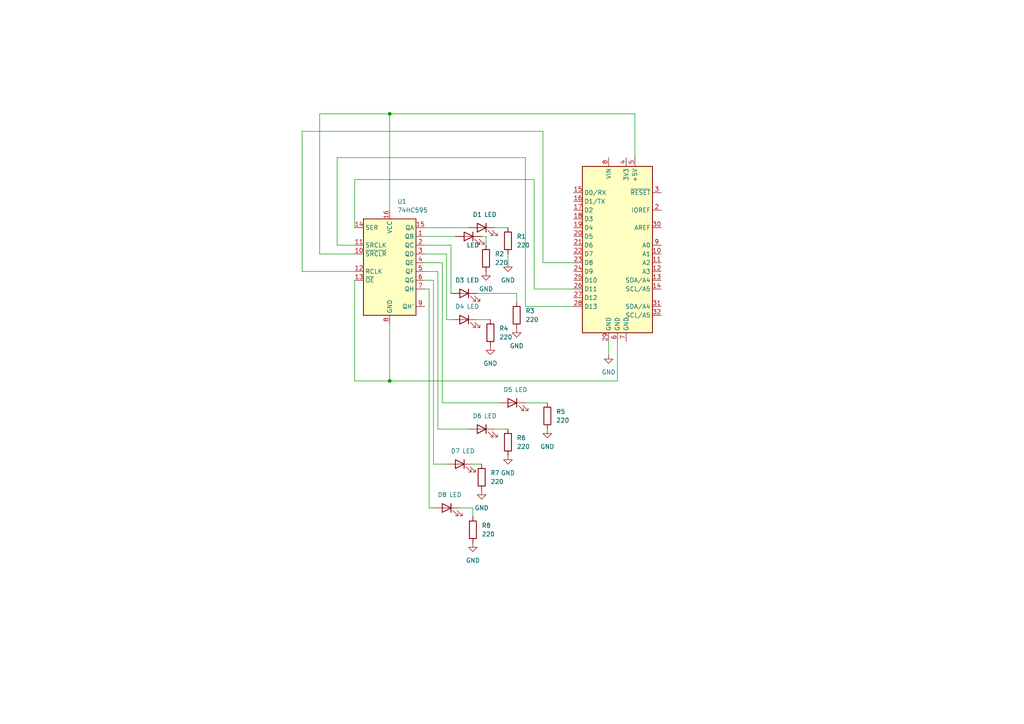
<source format=kicad_sch>
(kicad_sch (version 20230121) (generator eeschema)
  (paper "A4")
  (lib_symbols
    (symbol "74xx:74HC595"
      (property "Reference" "U" (at -7.62 13.97 0))
      (property "Value" "74HC595" (at -7.62 -16.51 0))
      (symbol "74HC595_1_0"
        (pin tri_state line (at 10.16 7.62 180) (length 2.54) (name "QB") (number "1"))
        (pin input line (at -10.16 2.54 0) (length 2.54) (name "~{SRCLR}") (number "10"))
        (pin input line (at -10.16 5.08 0) (length 2.54) (name "SRCLK") (number "11"))
        (pin input line (at -10.16 -2.54 0) (length 2.54) (name "RCLK") (number "12"))
        (pin input line (at -10.16 -5.08 0) (length 2.54) (name "~{OE}") (number "13"))
        (pin input line (at -10.16 10.16 0) (length 2.54) (name "SER") (number "14"))
        (pin tri_state line (at 10.16 10.16 180) (length 2.54) (name "QA") (number "15"))
        (pin power_in line (at 0 15.24 270) (length 2.54) (name "VCC") (number "16"))
        (pin tri_state line (at 10.16 5.08 180) (length 2.54) (name "QC") (number "2"))
        (pin tri_state line (at 10.16 2.54 180) (length 2.54) (name "QD") (number "3"))
        (pin tri_state line (at 10.16 0 180) (length 2.54) (name "QE") (number "4"))
        (pin tri_state line (at 10.16 -2.54 180) (length 2.54) (name "QF") (number "5"))
        (pin tri_state line (at 10.16 -5.08 180) (length 2.54) (name "QG") (number "6"))
        (pin tri_state line (at 10.16 -7.62 180) (length 2.54) (name "QH") (number "7"))
        (pin power_in line (at 0 -17.78 90) (length 2.54) (name "GND") (number "8"))
        (pin output line (at 10.16 -12.7 180) (length 2.54) (name "QH'") (number "9"))
      )
      (symbol "74HC595_1_1"
        (rectangle (start -7.62 12.7) (end 7.62 -15.24) (stroke (width 0.254)) (fill (type background)))
      )
    )
    (symbol "Device:LED" (pin_numbers hide) (pin_names (offset 1.016) hide)
      (property "Reference" "D" (at 0 2.54 0))
      (property "Value" "LED" (at 0 -2.54 0))
      (symbol "LED_0_1"
        (polyline (pts (xy -1.27 -1.27) (xy -1.27 1.27)) (stroke (width 0.254)))
        (polyline (pts (xy -1.27 0) (xy 1.27 0)))
        (polyline (pts (xy 1.27 -1.27) (xy 1.27 1.27) (xy -1.27 0) (xy 1.27 -1.27)) (stroke (width 0.254)))
        (polyline (pts (xy -3.048 -0.762) (xy -4.572 -2.286) (xy -3.81 -2.286) (xy -4.572 -2.286) (xy -4.572 -1.524)))
        (polyline (pts (xy -1.778 -0.762) (xy -3.302 -2.286) (xy -2.54 -2.286) (xy -3.302 -2.286) (xy -3.302 -1.524)))
      )
      (symbol "LED_1_1"
        (pin passive line (at -3.81 0 0) (length 2.54) (name "K") (number "1"))
        (pin passive line (at 3.81 0 180) (length 2.54) (name "A") (number "2"))
      )
    )
    (symbol "Device:R" (pin_numbers hide) (pin_names (offset 0))
      (property "Reference" "R" (at 2.032 0 90))
      (property "Value" "R" (at 0 0 90))
      (symbol "R_0_1"
        (rectangle (start -1.016 -2.54) (end 1.016 2.54) (stroke (width 0.254)))
      )
      (symbol "R_1_1"
        (pin passive line (at 0 3.81 270) (length 1.27) (name "~") (number "1"))
        (pin passive line (at 0 -3.81 90) (length 1.27) (name "~") (number "2"))
      )
    )
    (symbol "MCU_Module:Arduino_UNO_R3"
      (property "Reference" "A" (at -10.16 23.495 0))
      (property "Value" "Arduino_UNO_R3" (at 5.08 -26.67 0))
      (symbol "Arduino_UNO_R3_0_1"
        (rectangle (start -10.16 22.86) (end 10.16 -25.4) (stroke (width 0.254)) (fill (type background)))
      )
      (symbol "Arduino_UNO_R3_1_1"
        (pin no_connect line (at -10.16 -20.32 0) (length 2.54) hide (name "NC") (number "1"))
        (pin bidirectional line (at 12.7 -2.54 180) (length 2.54) (name "A1") (number "10"))
        (pin bidirectional line (at 12.7 -5.08 180) (length 2.54) (name "A2") (number "11"))
        (pin bidirectional line (at 12.7 -7.62 180) (length 2.54) (name "A3") (number "12"))
        (pin bidirectional line (at 12.7 -10.16 180) (length 2.54) (name "SDA/A4") (number "13"))
        (pin bidirectional line (at 12.7 -12.7 180) (length 2.54) (name "SCL/A5") (number "14"))
        (pin bidirectional line (at -12.7 15.24 0) (length 2.54) (name "D0/RX") (number "15"))
        (pin bidirectional line (at -12.7 12.7 0) (length 2.54) (name "D1/TX") (number "16"))
        (pin bidirectional line (at -12.7 10.16 0) (length 2.54) (name "D2") (number "17"))
        (pin bidirectional line (at -12.7 7.62 0) (length 2.54) (name "D3") (number "18"))
        (pin bidirectional line (at -12.7 5.08 0) (length 2.54) (name "D4") (number "19"))
        (pin output line (at 12.7 10.16 180) (length 2.54) (name "IOREF") (number "2"))
        (pin bidirectional line (at -12.7 2.54 0) (length 2.54) (name "D5") (number "20"))
        (pin bidirectional line (at -12.7 0 0) (length 2.54) (name "D6") (number "21"))
        (pin bidirectional line (at -12.7 -2.54 0) (length 2.54) (name "D7") (number "22"))
        (pin bidirectional line (at -12.7 -5.08 0) (length 2.54) (name "D8") (number "23"))
        (pin bidirectional line (at -12.7 -7.62 0) (length 2.54) (name "D9") (number "24"))
        (pin bidirectional line (at -12.7 -10.16 0) (length 2.54) (name "D10") (number "25"))
        (pin bidirectional line (at -12.7 -12.7 0) (length 2.54) (name "D11") (number "26"))
        (pin bidirectional line (at -12.7 -15.24 0) (length 2.54) (name "D12") (number "27"))
        (pin bidirectional line (at -12.7 -17.78 0) (length 2.54) (name "D13") (number "28"))
        (pin power_in line (at -2.54 -27.94 90) (length 2.54) (name "GND") (number "29"))
        (pin input line (at 12.7 15.24 180) (length 2.54) (name "~{RESET}") (number "3"))
        (pin input line (at 12.7 5.08 180) (length 2.54) (name "AREF") (number "30"))
        (pin bidirectional line (at 12.7 -17.78 180) (length 2.54) (name "SDA/A4") (number "31"))
        (pin bidirectional line (at 12.7 -20.32 180) (length 2.54) (name "SCL/A5") (number "32"))
        (pin power_out line (at 2.54 25.4 270) (length 2.54) (name "3V3") (number "4"))
        (pin power_out line (at 5.08 25.4 270) (length 2.54) (name "+5V") (number "5"))
        (pin power_in line (at 0 -27.94 90) (length 2.54) (name "GND") (number "6"))
        (pin power_in line (at 2.54 -27.94 90) (length 2.54) (name "GND") (number "7"))
        (pin power_in line (at -2.54 25.4 270) (length 2.54) (name "VIN") (number "8"))
        (pin bidirectional line (at 12.7 0 180) (length 2.54) (name "A0") (number "9"))
      )
    )
    (symbol "power:GND" (power) (pin_names (offset 0))
      (property "Value" "GND" (at 0 -3.81 0))
      (symbol "GND_0_1"
        (polyline (pts (xy 0 0) (xy 0 -1.27) (xy 1.27 -1.27) (xy 0 -2.54) (xy -1.27 -1.27) (xy 0 -1.27)))
      )
      (symbol "GND_1_1"
        (pin power_in line (at 0 0 270) (length 0) hide (name "GND") (number "1"))
      )
    )
  )
  (junction (at 113.03 110.49))
  (junction (at 113.03 33.02))
  (wire (pts (xy 140.97 68.58) (xy 139.7 68.58)))
  (wire (pts (xy 125.73 147.32) (xy 124.46 147.32)))
  (wire (pts (xy 149.86 85.09) (xy 149.86 87.63)))
  (wire (pts (xy 140.97 71.12) (xy 140.97 68.58)))
  (wire (pts (xy 152.4 45.72) (xy 97.79 45.72)))
  (wire (pts (xy 125.73 81.28) (xy 123.19 81.28)))
  (wire (pts (xy 143.51 66.04) (xy 147.32 66.04)))
  (wire (pts (xy 102.87 52.07) (xy 102.87 66.04)))
  (wire (pts (xy 157.48 38.1) (xy 157.48 76.2)))
  (wire (pts (xy 92.71 73.66) (xy 92.71 33.02)))
  (wire (pts (xy 147.32 73.66) (xy 147.32 76.2)))
  (wire (pts (xy 138.43 85.09) (xy 149.86 85.09)))
  (wire (pts (xy 124.46 147.32) (xy 124.46 83.82)))
  (wire (pts (xy 135.89 124.46) (xy 127 124.46)))
  (wire (pts (xy 102.87 110.49) (xy 113.03 110.49)))
  (wire (pts (xy 176.53 99.06) (xy 176.53 102.87)))
  (wire (pts (xy 137.16 149.86) (xy 137.16 147.32)))
  (wire (pts (xy 127 124.46) (xy 127 78.74)))
  (wire (pts (xy 123.19 66.04) (xy 135.89 66.04)))
  (wire (pts (xy 102.87 73.66) (xy 92.71 73.66)))
  (wire (pts (xy 130.81 92.71) (xy 129.54 92.71)))
  (wire (pts (xy 113.03 93.98) (xy 113.03 110.49)))
  (wire (pts (xy 128.27 116.84) (xy 128.27 76.2)))
  (wire (pts (xy 152.4 116.84) (xy 158.75 116.84)))
  (wire (pts (xy 154.94 83.82) (xy 154.94 52.07)))
  (wire (pts (xy 102.87 81.28) (xy 102.87 110.49)))
  (wire (pts (xy 125.73 134.62) (xy 125.73 81.28)))
  (wire (pts (xy 87.63 78.74) (xy 87.63 38.1)))
  (wire (pts (xy 129.54 73.66) (xy 123.19 73.66)))
  (wire (pts (xy 113.03 33.02) (xy 184.15 33.02)))
  (wire (pts (xy 184.15 33.02) (xy 184.15 45.72)))
  (wire (pts (xy 157.48 76.2) (xy 166.37 76.2)))
  (wire (pts (xy 123.19 71.12) (xy 130.81 71.12)))
  (wire (pts (xy 138.43 92.71) (xy 142.24 92.71)))
  (wire (pts (xy 129.54 92.71) (xy 129.54 73.66)))
  (wire (pts (xy 113.03 33.02) (xy 113.03 60.96)))
  (wire (pts (xy 127 78.74) (xy 123.19 78.74)))
  (wire (pts (xy 113.03 110.49) (xy 179.07 110.49)))
  (wire (pts (xy 152.4 88.9) (xy 152.4 45.72)))
  (wire (pts (xy 137.16 134.62) (xy 139.7 134.62)))
  (wire (pts (xy 129.54 134.62) (xy 125.73 134.62)))
  (wire (pts (xy 166.37 88.9) (xy 152.4 88.9)))
  (wire (pts (xy 166.37 83.82) (xy 154.94 83.82)))
  (wire (pts (xy 144.78 116.84) (xy 128.27 116.84)))
  (wire (pts (xy 92.71 33.02) (xy 113.03 33.02)))
  (wire (pts (xy 123.19 83.82) (xy 124.46 83.82)))
  (wire (pts (xy 137.16 147.32) (xy 133.35 147.32)))
  (wire (pts (xy 130.81 71.12) (xy 130.81 85.09)))
  (wire (pts (xy 154.94 52.07) (xy 102.87 52.07)))
  (wire (pts (xy 102.87 78.74) (xy 87.63 78.74)))
  (wire (pts (xy 87.63 38.1) (xy 157.48 38.1)))
  (wire (pts (xy 97.79 71.12) (xy 102.87 71.12)))
  (wire (pts (xy 123.19 68.58) (xy 132.08 68.58)))
  (wire (pts (xy 179.07 110.49) (xy 179.07 99.06)))
  (wire (pts (xy 128.27 76.2) (xy 123.19 76.2)))
  (wire (pts (xy 97.79 45.72) (xy 97.79 71.12)))
  (wire (pts (xy 143.51 124.46) (xy 147.32 124.46)))
  (symbol (lib_id "power:GND") (at 142.24 100.33 0) (unit 1)
    (property "Reference" "#PWR05" (effects hide))
    (property "Value" "GND" (at 142.24 105.41 0))
  )
  (symbol (lib_id "power:GND") (at 147.32 76.2 0) (unit 1)
    (property "Reference" "#PWR02" (effects hide))
    (property "Value" "GND" (at 147.32 81.28 0))
  )
  (symbol (lib_id "Device:R") (at 158.75 120.65 0) (unit 1)
    (property "Reference" "R5" (at 161.29 119.38 0) (effects (justify left)))
    (property "Value" "220" (at 161.29 121.92 0) (effects (justify left)))
  )
  (symbol (lib_id "Device:LED") (at 134.62 92.71 0) (mirror y) (unit 1)
    (property "Reference" "D4" (at 133.35 88.9 0))
    (property "Value" "LED" (at 137.16 88.9 0))
  )
  (symbol (lib_id "power:GND") (at 176.53 102.87 0) (unit 1)
    (property "Reference" "#PWR01" (effects hide))
    (property "Value" "GND" (at 176.53 107.95 0))
  )
  (symbol (lib_id "Device:R") (at 137.16 153.67 0) (unit 1)
    (property "Reference" "R8" (at 139.7 152.4 0) (effects (justify left)))
    (property "Value" "220" (at 139.7 154.94 0) (effects (justify left)))
  )
  (symbol (lib_id "power:GND") (at 149.86 95.25 0) (unit 1)
    (property "Reference" "#PWR04" (effects hide))
    (property "Value" "GND" (at 149.86 100.33 0))
  )
  (symbol (lib_id "Device:R") (at 149.86 91.44 0) (unit 1)
    (property "Reference" "R3" (at 152.4 90.17 0) (effects (justify left)))
    (property "Value" "220" (at 152.4 92.71 0) (effects (justify left)))
  )
  (symbol (lib_id "power:GND") (at 140.97 78.74 0) (unit 1)
    (property "Reference" "#PWR03" (effects hide))
    (property "Value" "GND" (at 140.97 83.82 0))
  )
  (symbol (lib_id "Device:R") (at 140.97 74.93 0) (unit 1)
    (property "Reference" "R2" (at 143.51 73.66 0) (effects (justify left)))
    (property "Value" "220" (at 143.51 76.2 0) (effects (justify left)))
  )
  (symbol (lib_id "Device:R") (at 147.32 128.27 0) (unit 1)
    (property "Reference" "R6" (at 149.86 127 0) (effects (justify left)))
    (property "Value" "220" (at 149.86 129.54 0) (effects (justify left)))
  )
  (symbol (lib_id "Device:R") (at 139.7 138.43 0) (unit 1)
    (property "Reference" "R7" (at 142.24 137.16 0) (effects (justify left)))
    (property "Value" "220" (at 142.24 139.7 0) (effects (justify left)))
  )
  (symbol (lib_id "Device:LED") (at 148.59 116.84 0) (mirror y) (unit 1)
    (property "Reference" "D5" (at 147.32 113.03 0))
    (property "Value" "LED" (at 151.13 113.03 0))
  )
  (symbol (lib_id "MCU_Module:Arduino_UNO_R3") (at 179.07 71.12 0) (unit 1)
    (property "Reference" "A1" (effects hide))
    (property "Value" "Arduino_UNO_R3" (effects hide))
    (property "Footprint" "Module:Arduino_UNO_R3" (effects hide))
    (property "Datasheet" "https://www.arduino.cc/en/Main/arduinoBoardUno" (effects hide))
  )
  (symbol (lib_id "Device:LED") (at 135.89 68.58 0) (mirror y) (unit 1)
    (property "Reference" "D2" (effects hide))
    (property "Value" "LED" (at 137.16 71.12 0))
  )
  (symbol (lib_id "Device:R") (at 142.24 96.52 0) (unit 1)
    (property "Reference" "R4" (at 144.78 95.25 0) (effects (justify left)))
    (property "Value" "220" (at 144.78 97.79 0) (effects (justify left)))
  )
  (symbol (lib_id "Device:LED") (at 139.7 66.04 0) (mirror y) (unit 1)
    (property "Reference" "D1" (at 138.43 62.23 0))
    (property "Value" "LED" (at 142.24 62.23 0))
  )
  (symbol (lib_id "power:GND") (at 137.16 157.48 0) (unit 1)
    (property "Reference" "#PWR09" (effects hide))
    (property "Value" "GND" (at 137.16 162.56 0))
  )
  (symbol (lib_id "Device:LED") (at 129.54 147.32 0) (mirror y) (unit 1)
    (property "Reference" "D8" (at 128.27 143.51 0))
    (property "Value" "LED" (at 132.08 143.51 0))
  )
  (symbol (lib_id "Device:R") (at 147.32 69.85 0) (unit 1)
    (property "Reference" "R1" (at 149.86 68.58 0) (effects (justify left)))
    (property "Value" "220" (at 149.86 71.12 0) (effects (justify left)))
  )
  (symbol (lib_id "power:GND") (at 147.32 132.08 0) (unit 1)
    (property "Reference" "#PWR07" (effects hide))
    (property "Value" "GND" (at 147.32 137.16 0))
  )
  (symbol (lib_id "power:GND") (at 158.75 124.46 0) (unit 1)
    (property "Reference" "#PWR06" (effects hide))
    (property "Value" "GND" (at 158.75 129.54 0))
  )
  (symbol (lib_id "Device:LED") (at 133.35 134.62 0) (mirror y) (unit 1)
    (property "Reference" "D7" (at 132.08 130.81 0))
    (property "Value" "LED" (at 135.89 130.81 0))
  )
  (symbol (lib_id "74xx:74HC595") (at 113.03 76.2 0) (unit 1)
    (property "Reference" "U1" (at 115.2241 58.42 0) (effects (justify left)))
    (property "Value" "74HC595" (at 115.2241 60.96 0) (effects (justify left)))
    (property "Datasheet" "http://www.ti.com/lit/ds/symlink/sn74hc595.pdf" (effects hide))
  )
  (symbol (lib_id "Device:LED") (at 134.62 85.09 0) (mirror y) (unit 1)
    (property "Reference" "D3" (at 133.35 81.28 0))
    (property "Value" "LED" (at 137.16 81.28 0))
  )
  (symbol (lib_id "Device:LED") (at 139.7 124.46 0) (mirror y) (unit 1)
    (property "Reference" "D6" (at 138.43 120.65 0))
    (property "Value" "LED" (at 142.24 120.65 0))
  )
  (symbol (lib_id "power:GND") (at 139.7 142.24 0) (unit 1)
    (property "Reference" "#PWR08" (effects hide))
    (property "Value" "GND" (at 139.7 147.32 0))
  )
)
</source>
